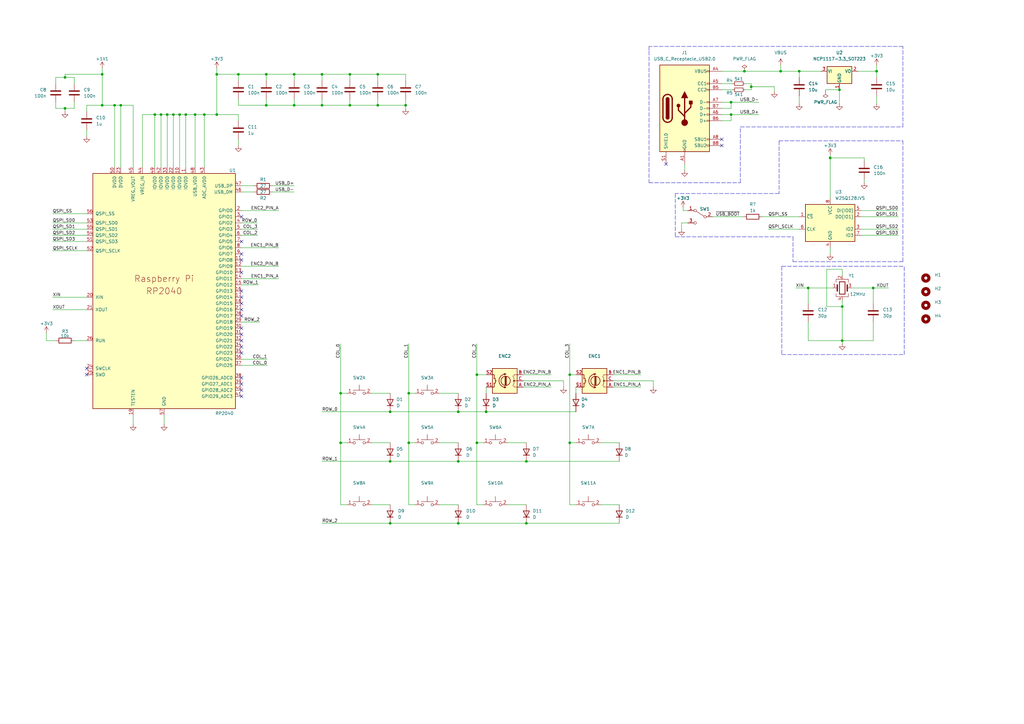
<source format=kicad_sch>
(kicad_sch (version 20211123) (generator eeschema)
  (paper "A3")
  (lib_symbols
    (symbol "Connector:USB_C_Receptacle_USB2.0" (pin_names (offset 1.016))
      (property "Reference" "J" (at -10.16 19.05 0))
      (property "Value" "USB_C_Receptacle_USB2.0" (at 19.05 19.05 0))
      (symbol "USB_C_Receptacle_USB2.0_1_1"
        (pin passive line (at 0 -22.86 90) (length 5.08) (name "GND") (number "A1"))
        (pin passive line (at 0 -22.86 90) (length 5.08) hide (name "GND") (number "A12"))
        (pin passive line (at 15.24 15.24 180) (length 5.08) (name "VBUS") (number "A4"))
        (pin bidirectional line (at 15.24 10.16 180) (length 5.08) (name "CC1") (number "A5"))
        (pin bidirectional line (at 15.24 -2.54 180) (length 5.08) (name "D+") (number "A6"))
        (pin bidirectional line (at 15.24 2.54 180) (length 5.08) (name "D-") (number "A7"))
        (pin bidirectional line (at 15.24 -12.7 180) (length 5.08) (name "SBU1") (number "A8"))
        (pin passive line (at 15.24 15.24 180) (length 5.08) hide (name "VBUS") (number "A9"))
        (pin passive line (at 0 -22.86 90) (length 5.08) hide (name "GND") (number "B1"))
        (pin passive line (at 0 -22.86 90) (length 5.08) hide (name "GND") (number "B12"))
        (pin passive line (at 15.24 15.24 180) (length 5.08) hide (name "VBUS") (number "B4"))
        (pin bidirectional line (at 15.24 7.62 180) (length 5.08) (name "CC2") (number "B5"))
        (pin bidirectional line (at 15.24 -5.08 180) (length 5.08) (name "D+") (number "B6"))
        (pin bidirectional line (at 15.24 0 180) (length 5.08) (name "D-") (number "B7"))
        (pin bidirectional line (at 15.24 -15.24 180) (length 5.08) (name "SBU2") (number "B8"))
        (pin passive line (at 15.24 15.24 180) (length 5.08) hide (name "VBUS") (number "B9"))
        (pin passive line (at -7.62 -22.86 90) (length 5.08) (name "SHIELD") (number "S1"))
      )
    )
    (symbol "Device:C" (pin_numbers hide) (pin_names (offset 0.254))
      (property "Reference" "C" (at 0.635 2.54 0))
      (property "Value" "C" (at 0.635 -2.54 0))
      (symbol "C_1_1"
        (pin passive line (at 0 3.81 270) (length 2.794) (name "~") (number "1"))
        (pin passive line (at 0 -3.81 90) (length 2.794) (name "~") (number "2"))
      )
    )
    (symbol "Device:Crystal_GND24" (pin_names (offset 1.016) hide)
      (property "Reference" "Y" (at 3.175 5.08 0))
      (property "Value" "Crystal_GND24" (at 3.175 3.175 0))
      (symbol "Crystal_GND24_1_1"
        (pin passive line (at -3.81 0 0) (length 1.27) (name "1") (number "1"))
        (pin passive line (at 0 5.08 270) (length 1.27) (name "2") (number "2"))
        (pin passive line (at 3.81 0 180) (length 1.27) (name "3") (number "3"))
        (pin passive line (at 0 -5.08 90) (length 1.27) (name "4") (number "4"))
      )
    )
    (symbol "Device:D" (pin_numbers hide) (pin_names (offset 1.016) hide)
      (property "Reference" "D" (at 0 2.54 0))
      (property "Value" "D" (at 0 -2.54 0))
      (symbol "D_1_1"
        (pin passive line (at -3.81 0 0) (length 2.54) (name "K") (number "1"))
        (pin passive line (at 3.81 0 180) (length 2.54) (name "A") (number "2"))
      )
    )
    (symbol "Device:R" (pin_numbers hide) (pin_names (offset 0))
      (property "Reference" "R" (at 2.032 0 90))
      (property "Value" "R" (at 0 0 90))
      (symbol "R_1_1"
        (pin passive line (at 0 3.81 270) (length 1.27) (name "~") (number "1"))
        (pin passive line (at 0 -3.81 90) (length 1.27) (name "~") (number "2"))
      )
    )
    (symbol "Device:R_Small" (pin_numbers hide) (pin_names (offset 0.254) hide)
      (property "Reference" "R" (at 0.762 0.508 0))
      (property "Value" "R_Small" (at 0.762 -1.016 0))
      (symbol "R_Small_1_1"
        (pin passive line (at 0 2.54 270) (length 0.762) (name "~") (number "1"))
        (pin passive line (at 0 -2.54 90) (length 0.762) (name "~") (number "2"))
      )
    )
    (symbol "Device:RotaryEncoder_Switch" (pin_names (offset 0.254) hide)
      (property "Reference" "SW" (at 0 6.604 0))
      (property "Value" "RotaryEncoder_Switch" (at 0 -6.604 0))
      (symbol "RotaryEncoder_Switch_1_1"
        (pin passive line (at -7.62 2.54 0) (length 2.54) (name "A") (number "A"))
        (pin passive line (at -7.62 -2.54 0) (length 2.54) (name "B") (number "B"))
        (pin passive line (at -7.62 0 0) (length 2.54) (name "C") (number "C"))
        (pin passive line (at 7.62 2.54 180) (length 2.54) (name "S1") (number "S1"))
        (pin passive line (at 7.62 -2.54 180) (length 2.54) (name "S2") (number "S2"))
      )
    )
    (symbol "GND_1" (power) (pin_names (offset 0))
      (property "Value" "GND_1" (at 0 -3.81 0))
      (symbol "GND_1_1_1"
        (pin power_in line (at 0 0 270) (length 0) hide (name "GND") (number "1"))
      )
    )
    (symbol "MCU_RaspberryPi_RP2040:RP2040" (pin_names (offset 1.016))
      (property "Reference" "U" (at -29.21 49.53 0))
      (property "Value" "RP2040" (at 24.13 -49.53 0))
      (symbol "RP2040_0_0"
        (text "Raspberry Pi" (at 0 5.08 0) (effects (font (size 2.54 2.54))))
        (text "RP2040" (at 0 0 0) (effects (font (size 2.54 2.54))))
      )
      (symbol "RP2040_1_1"
        (pin power_in line (at 8.89 50.8 270) (length 2.54) (name "IOVDD") (number "1"))
        (pin power_in line (at 6.35 50.8 270) (length 2.54) (name "IOVDD") (number "10"))
        (pin bidirectional line (at 31.75 12.7 180) (length 2.54) (name "GPIO8") (number "11"))
        (pin bidirectional line (at 31.75 10.16 180) (length 2.54) (name "GPIO9") (number "12"))
        (pin bidirectional line (at 31.75 7.62 180) (length 2.54) (name "GPIO10") (number "13"))
        (pin bidirectional line (at 31.75 5.08 180) (length 2.54) (name "GPIO11") (number "14"))
        (pin bidirectional line (at 31.75 2.54 180) (length 2.54) (name "GPIO12") (number "15"))
        (pin bidirectional line (at 31.75 0 180) (length 2.54) (name "GPIO13") (number "16"))
        (pin bidirectional line (at 31.75 -2.54 180) (length 2.54) (name "GPIO14") (number "17"))
        (pin bidirectional line (at 31.75 -5.08 180) (length 2.54) (name "GPIO15") (number "18"))
        (pin passive line (at -12.7 -50.8 90) (length 2.54) (name "TESTEN") (number "19"))
        (pin bidirectional line (at 31.75 33.02 180) (length 2.54) (name "GPIO0") (number "2"))
        (pin input line (at -31.75 -2.54 0) (length 2.54) (name "XIN") (number "20"))
        (pin passive line (at -31.75 -7.62 0) (length 2.54) (name "XOUT") (number "21"))
        (pin power_in line (at 3.81 50.8 270) (length 2.54) (name "IOVDD") (number "22"))
        (pin power_in line (at -17.78 50.8 270) (length 2.54) (name "DVDD") (number "23"))
        (pin output line (at -31.75 -31.75 0) (length 2.54) (name "SWCLK") (number "24"))
        (pin bidirectional line (at -31.75 -34.29 0) (length 2.54) (name "SWD") (number "25"))
        (pin input line (at -31.75 -20.32 0) (length 2.54) (name "RUN") (number "26"))
        (pin bidirectional line (at 31.75 -7.62 180) (length 2.54) (name "GPIO16") (number "27"))
        (pin bidirectional line (at 31.75 -10.16 180) (length 2.54) (name "GPIO17") (number "28"))
        (pin bidirectional line (at 31.75 -12.7 180) (length 2.54) (name "GPIO18") (number "29"))
        (pin bidirectional line (at 31.75 30.48 180) (length 2.54) (name "GPIO1") (number "3"))
        (pin bidirectional line (at 31.75 -15.24 180) (length 2.54) (name "GPIO19") (number "30"))
        (pin bidirectional line (at 31.75 -17.78 180) (length 2.54) (name "GPIO20") (number "31"))
        (pin bidirectional line (at 31.75 -20.32 180) (length 2.54) (name "GPIO21") (number "32"))
        (pin power_in line (at 1.27 50.8 270) (length 2.54) (name "IOVDD") (number "33"))
        (pin bidirectional line (at 31.75 -22.86 180) (length 2.54) (name "GPIO22") (number "34"))
        (pin bidirectional line (at 31.75 -25.4 180) (length 2.54) (name "GPIO23") (number "35"))
        (pin bidirectional line (at 31.75 -27.94 180) (length 2.54) (name "GPIO24") (number "36"))
        (pin bidirectional line (at 31.75 -30.48 180) (length 2.54) (name "GPIO25") (number "37"))
        (pin bidirectional line (at 31.75 -35.56 180) (length 2.54) (name "GPIO26_ADC0") (number "38"))
        (pin bidirectional line (at 31.75 -38.1 180) (length 2.54) (name "GPIO27_ADC1") (number "39"))
        (pin bidirectional line (at 31.75 27.94 180) (length 2.54) (name "GPIO2") (number "4"))
        (pin bidirectional line (at 31.75 -40.64 180) (length 2.54) (name "GPIO28_ADC2") (number "40"))
        (pin bidirectional line (at 31.75 -43.18 180) (length 2.54) (name "GPIO29_ADC3") (number "41"))
        (pin power_in line (at -1.27 50.8 270) (length 2.54) (name "IOVDD") (number "42"))
        (pin power_in line (at 16.51 50.8 270) (length 2.54) (name "ADC_AVDD") (number "43"))
        (pin power_in line (at -8.89 50.8 270) (length 2.54) (name "VREG_IN") (number "44"))
        (pin power_out line (at -12.7 50.8 270) (length 2.54) (name "VREG_VOUT") (number "45"))
        (pin bidirectional line (at 31.75 40.64 180) (length 2.54) (name "USB_DM") (number "46"))
        (pin bidirectional line (at 31.75 43.18 180) (length 2.54) (name "USB_DP") (number "47"))
        (pin power_in line (at 12.7 50.8 270) (length 2.54) (name "USB_VDD") (number "48"))
        (pin power_in line (at -3.81 50.8 270) (length 2.54) (name "IOVDD") (number "49"))
        (pin bidirectional line (at 31.75 25.4 180) (length 2.54) (name "GPIO3") (number "5"))
        (pin power_in line (at -20.32 50.8 270) (length 2.54) (name "DVDD") (number "50"))
        (pin bidirectional line (at -31.75 20.32 0) (length 2.54) (name "QSPI_SD3") (number "51"))
        (pin output line (at -31.75 16.51 0) (length 2.54) (name "QSPI_SCLK") (number "52"))
        (pin bidirectional line (at -31.75 27.94 0) (length 2.54) (name "QSPI_SD0") (number "53"))
        (pin bidirectional line (at -31.75 22.86 0) (length 2.54) (name "QSPI_SD2") (number "54"))
        (pin bidirectional line (at -31.75 25.4 0) (length 2.54) (name "QSPI_SD1") (number "55"))
        (pin bidirectional line (at -31.75 31.75 0) (length 2.54) (name "QSPI_SS") (number "56"))
        (pin power_in line (at 0 -50.8 90) (length 2.54) (name "GND") (number "57"))
        (pin bidirectional line (at 31.75 22.86 180) (length 2.54) (name "GPIO4") (number "6"))
        (pin bidirectional line (at 31.75 20.32 180) (length 2.54) (name "GPIO5") (number "7"))
        (pin bidirectional line (at 31.75 17.78 180) (length 2.54) (name "GPIO6") (number "8"))
        (pin bidirectional line (at 31.75 15.24 180) (length 2.54) (name "GPIO7") (number "9"))
      )
    )
    (symbol "Mechanical:MountingHole" (pin_names (offset 1.016))
      (property "Reference" "H" (at 0 5.08 0))
      (property "Value" "MountingHole" (at 0 3.175 0))
    )
    (symbol "Memory_Flash:W25Q128JVS"
      (property "Reference" "U" (at -8.89 8.89 0))
      (property "Value" "W25Q128JVS" (at 7.62 8.89 0))
      (symbol "W25Q128JVS_1_1"
        (pin input line (at -12.7 2.54 0) (length 2.54) (name "~{CS}") (number "1"))
        (pin bidirectional line (at 12.7 2.54 180) (length 2.54) (name "DO(IO1)") (number "2"))
        (pin bidirectional line (at 12.7 -2.54 180) (length 2.54) (name "IO2") (number "3"))
        (pin power_in line (at 0 -10.16 90) (length 2.54) (name "GND") (number "4"))
        (pin bidirectional line (at 12.7 5.08 180) (length 2.54) (name "DI(IO0)") (number "5"))
        (pin input line (at -12.7 -2.54 0) (length 2.54) (name "CLK") (number "6"))
        (pin bidirectional line (at 12.7 -5.08 180) (length 2.54) (name "IO3") (number "7"))
        (pin power_in line (at 0 10.16 270) (length 2.54) (name "VCC") (number "8"))
      )
    )
    (symbol "Regulator_Linear:NCP1117-3.3_SOT223" (pin_names (offset 0.254))
      (property "Reference" "U" (at -3.81 3.175 0))
      (property "Value" "NCP1117-3.3_SOT223" (at 0 3.175 0))
      (symbol "NCP1117-3.3_SOT223_1_1"
        (pin power_in line (at 0 -7.62 90) (length 2.54) (name "GND") (number "1"))
        (pin power_out line (at 7.62 0 180) (length 2.54) (name "VO") (number "2"))
        (pin power_in line (at -7.62 0 0) (length 2.54) (name "VI") (number "3"))
      )
    )
    (symbol "Switch:SW_SPDT" (pin_names (offset 0) hide)
      (property "Reference" "SW" (at 0 4.318 0))
      (property "Value" "SW_SPDT" (at 0 -5.08 0))
      (symbol "SW_SPDT_1_1"
        (pin passive line (at 5.08 2.54 180) (length 2.54) (name "A") (number "1"))
        (pin passive line (at -5.08 0 0) (length 2.54) (name "B") (number "2"))
        (pin passive line (at 5.08 -2.54 180) (length 2.54) (name "C") (number "3"))
      )
    )
    (symbol "keebio:MX_LED" (pin_names (offset 1.016) hide)
      (property "Reference" "SW" (at 1.651 2.413 0))
      (property "Value" "MX_LED" (at 0 -3.81 0))
      (symbol "MX_LED_1_1"
        (pin passive line (at -5.08 0 0) (length 2.54) (name "1") (number "1"))
        (pin passive line (at 5.08 0 180) (length 2.54) (name "2") (number "2"))
      )
      (symbol "MX_LED_2_1"
        (pin passive line (at -3.81 0 0) (length 2.54) (name "3") (number "3"))
        (pin passive line (at 3.81 0 180) (length 2.54) (name "4") (number "4"))
      )
    )
    (symbol "power:+1V1" (power) (pin_names (offset 0))
      (property "Value" "+1V1" (at 0 3.556 0))
      (symbol "+1V1_1_1"
        (pin power_in line (at 0 0 90) (length 0) hide (name "+1V1") (number "1"))
      )
    )
    (symbol "power:+3V3" (power) (pin_names (offset 0))
      (property "Value" "+3V3" (at 0 3.556 0))
      (symbol "+3V3_1_1"
        (pin power_in line (at 0 0 90) (length 0) hide (name "+3V3") (number "1"))
      )
    )
    (symbol "power:GND" (power) (pin_names (offset 0))
      (property "Value" "GND" (at 0 -3.81 0))
      (symbol "GND_1_1"
        (pin power_in line (at 0 0 270) (length 0) hide (name "GND") (number "1"))
      )
    )
    (symbol "power:PWR_FLAG" (power) (pin_numbers hide) (pin_names (offset 0) hide)
      (property "Value" "PWR_FLAG" (at 0 3.81 0))
      (symbol "PWR_FLAG_0_0"
        (pin power_out line (at 0 0 90) (length 0) (name "pwr") (number "1"))
      )
    )
    (symbol "power:VBUS" (power) (pin_names (offset 0))
      (property "Value" "VBUS" (at 0 3.81 0))
      (symbol "VBUS_1_1"
        (pin power_in line (at 0 0 90) (length 0) hide (name "VBUS") (number "1"))
      )
    )
  )
  (junction (at 187.96 168.91))
  (junction (at 358.14 118.11))
  (junction (at 345.44 139.7))
  (junction (at 320.167 29.21))
  (junction (at 76.2 46.99))
  (junction (at 160.02 189.23))
  (junction (at 26.67 44.45))
  (junction (at 88.9 46.99))
  (junction (at 166.37 43.18))
  (junction (at 187.96 214.63))
  (junction (at 66.04 46.99))
  (junction (at 327.787 29.21))
  (junction (at 344.297 36.83))
  (junction (at 167.64 181.61))
  (junction (at 345.44 125.73))
  (junction (at 49.53 43.18))
  (junction (at 132.08 43.18))
  (junction (at 187.96 189.23))
  (junction (at 68.58 46.99))
  (junction (at 143.51 30.48))
  (junction (at 195.58 181.61))
  (junction (at 88.9 30.48))
  (junction (at 167.64 161.29))
  (junction (at 233.68 153.67))
  (junction (at 83.82 46.99))
  (junction (at 132.08 30.48))
  (junction (at 331.47 118.11))
  (junction (at 154.94 43.18))
  (junction (at 120.65 43.18))
  (junction (at 120.65 30.48))
  (junction (at 46.99 43.18))
  (junction (at 41.91 43.18))
  (junction (at 305.3273 29.21))
  (junction (at 195.58 153.67))
  (junction (at 160.02 214.63))
  (junction (at 308.102 35.56))
  (junction (at 299.847 41.91))
  (junction (at 109.22 43.18))
  (junction (at 80.01 46.99))
  (junction (at 63.5 46.99))
  (junction (at 233.68 181.61))
  (junction (at 154.94 30.48))
  (junction (at 139.7 181.61))
  (junction (at 199.39 168.91))
  (junction (at 215.9 189.23))
  (junction (at 359.537 29.21))
  (junction (at 26.67 31.75))
  (junction (at 97.79 30.48))
  (junction (at 340.487 64.77))
  (junction (at 299.847 46.99))
  (junction (at 71.12 46.99))
  (junction (at 215.9 214.63))
  (junction (at 73.66 46.99))
  (junction (at 41.91 30.48))
  (junction (at 143.51 43.18))
  (junction (at 139.7 161.29))
  (junction (at 160.02 168.91))
  (junction (at 109.22 30.48))
  (no_connect (at 99.06 106.68))
  (no_connect (at 99.06 157.48))
  (no_connect (at 273.177 67.31))
  (no_connect (at 99.06 144.78))
  (no_connect (at 99.06 160.02))
  (no_connect (at 296.037 59.69))
  (no_connect (at 99.06 162.56))
  (no_connect (at 99.06 121.92))
  (no_connect (at 99.06 154.94))
  (no_connect (at 35.56 153.67))
  (no_connect (at 99.06 119.38))
  (no_connect (at 99.06 142.24))
  (no_connect (at 99.06 111.76))
  (no_connect (at 99.06 99.06))
  (no_connect (at 99.06 104.14))
  (no_connect (at 99.06 129.54))
  (no_connect (at 35.56 151.13))
  (no_connect (at 296.037 57.15))
  (no_connect (at 99.06 124.46))
  (no_connect (at 99.06 127))
  (no_connect (at 99.06 88.9))
  (no_connect (at 99.06 137.16))
  (no_connect (at 99.06 139.7))
  (no_connect (at 99.06 134.62))
  (wire (pts (xy 233.68 153.67) (xy 233.68 181.61)))
  (wire (pts (xy 167.64 140.97) (xy 167.64 161.29)))
  (wire (pts (xy 166.37 40.64) (xy 166.37 43.18)))
  (wire (pts (xy 88.9 46.99) (xy 97.79 46.99)))
  (wire (pts (xy 215.9 214.63) (xy 254 214.63)))
  (wire (pts (xy 339.09 110.49) (xy 339.09 125.73)))
  (wire (pts (xy 132.08 43.18) (xy 143.51 43.18)))
  (wire (pts (xy 312.547 88.9) (xy 327.787 88.9)))
  (wire (pts (xy 35.56 53.34) (xy 35.56 55.88)))
  (polyline (pts (xy 320.675 109.22) (xy 320.675 145.415)))
  (wire (pts (xy 132.08 30.48) (xy 143.51 30.48)))
  (wire (pts (xy 299.847 46.99) (xy 311.277 46.99)))
  (wire (pts (xy 280.162 86.36) (xy 280.162 85.09)))
  (wire (pts (xy 345.44 139.7) (xy 358.14 139.7)))
  (wire (pts (xy 88.9 30.48) (xy 88.9 46.99)))
  (wire (pts (xy 88.9 46.99) (xy 83.82 46.99)))
  (wire (pts (xy 180.34 207.01) (xy 187.96 207.01)))
  (wire (pts (xy 58.42 68.58) (xy 58.42 46.99)))
  (wire (pts (xy 326.39 118.11) (xy 331.47 118.11)))
  (wire (pts (xy 68.58 46.99) (xy 71.12 46.99)))
  (wire (pts (xy 296.037 49.53) (xy 299.847 49.53)))
  (wire (pts (xy 308.102 35.56) (xy 308.102 36.83)))
  (wire (pts (xy 208.28 181.61) (xy 215.9 181.61)))
  (wire (pts (xy 358.14 118.11) (xy 364.49 118.11)))
  (wire (pts (xy 305.562 34.29) (xy 308.102 34.29)))
  (polyline (pts (xy 370.84 145.415) (xy 370.84 109.22)))
  (wire (pts (xy 30.48 41.91) (xy 30.48 44.45)))
  (wire (pts (xy 195.58 153.67) (xy 199.39 153.67)))
  (wire (pts (xy 331.47 118.11) (xy 331.47 124.46)))
  (wire (pts (xy 160.02 168.91) (xy 187.96 168.91)))
  (polyline (pts (xy 266.192 20.955) (xy 266.192 74.93)))
  (wire (pts (xy 99.06 109.22) (xy 114.3 109.22)))
  (wire (pts (xy 97.79 43.18) (xy 109.22 43.18)))
  (wire (pts (xy 97.79 46.99) (xy 97.79 49.53)))
  (wire (pts (xy 63.5 68.58) (xy 63.5 46.99)))
  (wire (pts (xy 315.087 93.98) (xy 327.787 93.98)))
  (wire (pts (xy 199.39 158.75) (xy 199.39 161.29)))
  (wire (pts (xy 214.63 153.67) (xy 226.06 153.67)))
  (wire (pts (xy 308.102 34.29) (xy 308.102 35.56)))
  (wire (pts (xy 19.05 139.7) (xy 22.86 139.7)))
  (wire (pts (xy 88.9 30.48) (xy 97.79 30.48)))
  (wire (pts (xy 359.537 26.67) (xy 359.537 29.21)))
  (wire (pts (xy 345.44 125.73) (xy 345.44 123.19)))
  (wire (pts (xy 345.44 125.73) (xy 345.44 139.7)))
  (wire (pts (xy 339.09 125.73) (xy 345.44 125.73)))
  (wire (pts (xy 143.51 30.48) (xy 143.51 33.02)))
  (wire (pts (xy 99.06 76.2) (xy 104.14 76.2)))
  (wire (pts (xy 154.94 30.48) (xy 154.94 33.02)))
  (wire (pts (xy 167.64 181.61) (xy 170.18 181.61)))
  (wire (pts (xy 180.34 161.29) (xy 187.96 161.29)))
  (wire (pts (xy 73.66 46.99) (xy 76.2 46.99)))
  (wire (pts (xy 21.59 102.87) (xy 35.56 102.87)))
  (wire (pts (xy 358.14 132.08) (xy 358.14 139.7)))
  (wire (pts (xy 83.82 46.99) (xy 83.82 68.58)))
  (polyline (pts (xy 370.332 52.07) (xy 370.332 19.05)))
  (wire (pts (xy 83.82 46.99) (xy 80.01 46.99)))
  (wire (pts (xy 109.22 30.48) (xy 109.22 33.02)))
  (wire (pts (xy 99.06 116.84) (xy 106.045 116.84)))
  (wire (pts (xy 358.14 118.11) (xy 358.14 124.46)))
  (wire (pts (xy 195.58 153.67) (xy 195.58 181.61)))
  (wire (pts (xy 54.61 170.18) (xy 54.61 173.99)))
  (wire (pts (xy 233.68 140.97) (xy 233.68 153.67)))
  (polyline (pts (xy 325.247 97.155) (xy 325.247 107.315)))
  (wire (pts (xy 143.51 40.64) (xy 143.51 43.18)))
  (wire (pts (xy 214.63 158.75) (xy 226.06 158.75)))
  (wire (pts (xy 152.4 207.01) (xy 160.02 207.01)))
  (wire (pts (xy 21.59 96.52) (xy 35.56 96.52)))
  (wire (pts (xy 120.65 30.48) (xy 120.65 33.02)))
  (wire (pts (xy 299.847 41.91) (xy 311.277 41.91)))
  (wire (pts (xy 99.06 149.86) (xy 109.601 149.86)))
  (wire (pts (xy 120.65 43.18) (xy 132.08 43.18)))
  (wire (pts (xy 88.9 27.94) (xy 88.9 30.48)))
  (polyline (pts (xy 319.532 79.375) (xy 276.987 79.375)))
  (polyline (pts (xy 320.675 145.415) (xy 370.84 145.415)))
  (wire (pts (xy 167.64 161.29) (xy 167.64 181.61)))
  (wire (pts (xy 166.37 30.48) (xy 166.37 33.02)))
  (wire (pts (xy 132.08 40.64) (xy 132.08 43.18)))
  (wire (pts (xy 41.91 43.18) (xy 46.99 43.18)))
  (wire (pts (xy 296.037 34.29) (xy 300.482 34.29)))
  (wire (pts (xy 41.91 27.94) (xy 41.91 30.48)))
  (wire (pts (xy 246.38 181.61) (xy 254 181.61)))
  (wire (pts (xy 26.67 44.45) (xy 26.67 45.72)))
  (polyline (pts (xy 276.987 97.155) (xy 325.247 97.155)))
  (wire (pts (xy 76.2 68.58) (xy 76.2 46.99)))
  (wire (pts (xy 308.102 36.83) (xy 305.562 36.83)))
  (wire (pts (xy 154.94 40.64) (xy 154.94 43.18)))
  (wire (pts (xy 187.96 168.91) (xy 199.39 168.91)))
  (wire (pts (xy 233.68 153.67) (xy 236.22 153.67)))
  (wire (pts (xy 180.34 181.61) (xy 187.96 181.61)))
  (wire (pts (xy 341.63 118.11) (xy 331.47 118.11)))
  (wire (pts (xy 26.67 30.48) (xy 41.91 30.48)))
  (wire (pts (xy 231.14 156.21) (xy 231.14 158.75)))
  (wire (pts (xy 354.457 73.66) (xy 354.457 74.93)))
  (wire (pts (xy 109.22 40.64) (xy 109.22 43.18)))
  (wire (pts (xy 299.847 49.53) (xy 299.847 46.99)))
  (wire (pts (xy 338.582 36.83) (xy 344.297 36.83)))
  (wire (pts (xy 199.39 168.91) (xy 236.22 168.91)))
  (wire (pts (xy 354.457 66.04) (xy 354.457 64.77)))
  (wire (pts (xy 296.037 41.91) (xy 299.847 41.91)))
  (wire (pts (xy 359.537 39.37) (xy 359.537 42.545)))
  (polyline (pts (xy 319.532 57.785) (xy 319.532 79.375)))
  (wire (pts (xy 195.58 181.61) (xy 198.12 181.61)))
  (polyline (pts (xy 276.987 83.82) (xy 276.987 97.155)))
  (wire (pts (xy 99.06 91.44) (xy 105.537 91.44)))
  (wire (pts (xy 279.527 91.44) (xy 279.527 93.98)))
  (wire (pts (xy 340.487 63.5) (xy 340.487 64.77)))
  (wire (pts (xy 345.44 113.03) (xy 345.44 110.49)))
  (wire (pts (xy 139.7 161.29) (xy 139.7 181.61)))
  (wire (pts (xy 215.9 189.23) (xy 254 189.23)))
  (wire (pts (xy 331.47 132.08) (xy 331.47 139.7)))
  (wire (pts (xy 327.787 31.75) (xy 327.787 29.21)))
  (wire (pts (xy 132.08 214.63) (xy 160.02 214.63)))
  (wire (pts (xy 320.167 29.21) (xy 327.787 29.21)))
  (polyline (pts (xy 370.332 19.05) (xy 266.192 19.05)))
  (wire (pts (xy 143.51 30.48) (xy 154.94 30.48)))
  (polyline (pts (xy 303.657 74.93) (xy 303.657 52.07)))
  (polyline (pts (xy 370.332 107.315) (xy 370.332 57.785)))
  (wire (pts (xy 267.97 156.21) (xy 267.97 158.75)))
  (polyline (pts (xy 320.675 109.22) (xy 370.84 109.22)))
  (wire (pts (xy 26.67 31.75) (xy 26.67 30.48)))
  (wire (pts (xy 340.487 64.77) (xy 340.487 81.28)))
  (wire (pts (xy 345.44 139.7) (xy 345.44 140.97)))
  (wire (pts (xy 139.7 181.61) (xy 139.7 207.01)))
  (wire (pts (xy 351.917 29.21) (xy 359.537 29.21)))
  (wire (pts (xy 76.2 46.99) (xy 80.01 46.99)))
  (wire (pts (xy 292.227 88.9) (xy 304.927 88.9)))
  (polyline (pts (xy 319.532 57.785) (xy 370.332 57.785)))
  (wire (pts (xy 111.76 76.2) (xy 120.65 76.2)))
  (wire (pts (xy 167.64 161.29) (xy 170.18 161.29)))
  (wire (pts (xy 282.067 86.36) (xy 280.162 86.36)))
  (wire (pts (xy 66.04 68.58) (xy 66.04 46.99)))
  (wire (pts (xy 132.08 168.91) (xy 160.02 168.91)))
  (wire (pts (xy 340.487 64.77) (xy 354.457 64.77)))
  (wire (pts (xy 296.037 44.45) (xy 299.847 44.45)))
  (wire (pts (xy 139.7 161.29) (xy 142.24 161.29)))
  (wire (pts (xy 58.42 46.99) (xy 63.5 46.99)))
  (wire (pts (xy 160.02 214.63) (xy 187.96 214.63)))
  (wire (pts (xy 99.06 101.6) (xy 114.3 101.6)))
  (polyline (pts (xy 276.987 79.375) (xy 276.987 83.185)))
  (wire (pts (xy 21.59 91.44) (xy 35.56 91.44)))
  (wire (pts (xy 71.12 68.58) (xy 71.12 46.99)))
  (wire (pts (xy 120.65 40.64) (xy 120.65 43.18)))
  (wire (pts (xy 345.44 110.49) (xy 339.09 110.49)))
  (wire (pts (xy 208.28 207.01) (xy 215.9 207.01)))
  (wire (pts (xy 353.187 86.36) (xy 368.427 86.36)))
  (wire (pts (xy 26.67 44.45) (xy 30.48 44.45)))
  (wire (pts (xy 68.58 68.58) (xy 68.58 46.99)))
  (wire (pts (xy 73.66 68.58) (xy 73.66 46.99)))
  (wire (pts (xy 139.7 181.61) (xy 142.24 181.61)))
  (wire (pts (xy 21.59 121.92) (xy 35.56 121.92)))
  (wire (pts (xy 187.96 189.23) (xy 215.9 189.23)))
  (wire (pts (xy 195.58 207.01) (xy 198.12 207.01)))
  (wire (pts (xy 167.64 207.01) (xy 170.18 207.01)))
  (wire (pts (xy 154.94 30.48) (xy 166.37 30.48)))
  (wire (pts (xy 299.847 44.45) (xy 299.847 41.91)))
  (wire (pts (xy 139.7 207.01) (xy 142.24 207.01)))
  (wire (pts (xy 296.037 46.99) (xy 299.847 46.99)))
  (wire (pts (xy 296.037 36.83) (xy 300.482 36.83)))
  (wire (pts (xy 353.187 88.9) (xy 368.427 88.9)))
  (wire (pts (xy 167.64 181.61) (xy 167.64 207.01)))
  (wire (pts (xy 251.46 158.75) (xy 262.89 158.75)))
  (wire (pts (xy 195.58 181.61) (xy 195.58 207.01)))
  (wire (pts (xy 35.56 43.18) (xy 41.91 43.18)))
  (wire (pts (xy 30.48 31.75) (xy 30.48 34.29)))
  (wire (pts (xy 143.51 43.18) (xy 154.94 43.18)))
  (wire (pts (xy 233.68 181.61) (xy 236.22 181.61)))
  (wire (pts (xy 63.5 46.99) (xy 66.04 46.99)))
  (wire (pts (xy 251.46 156.21) (xy 267.97 156.21)))
  (wire (pts (xy 305.3273 29.21) (xy 320.167 29.21)))
  (wire (pts (xy 233.68 181.61) (xy 233.68 207.01)))
  (wire (pts (xy 22.86 31.75) (xy 26.67 31.75)))
  (polyline (pts (xy 303.657 52.07) (xy 370.332 52.07)))
  (wire (pts (xy 99.06 86.36) (xy 114.3 86.36)))
  (wire (pts (xy 152.4 161.29) (xy 160.02 161.29)))
  (wire (pts (xy 166.37 43.18) (xy 166.37 44.45)))
  (wire (pts (xy 236.22 158.75) (xy 236.22 161.29)))
  (wire (pts (xy 327.787 39.37) (xy 327.787 42.545)))
  (wire (pts (xy 99.06 78.74) (xy 104.14 78.74)))
  (wire (pts (xy 109.22 43.18) (xy 120.65 43.18)))
  (wire (pts (xy 97.79 40.64) (xy 97.79 43.18)))
  (wire (pts (xy 233.68 207.01) (xy 236.22 207.01)))
  (wire (pts (xy 35.56 45.72) (xy 35.56 43.18)))
  (wire (pts (xy 152.4 181.61) (xy 160.02 181.61)))
  (wire (pts (xy 280.797 67.31) (xy 280.797 69.85)))
  (wire (pts (xy 46.99 43.18) (xy 46.99 68.58)))
  (wire (pts (xy 132.08 189.23) (xy 160.02 189.23)))
  (wire (pts (xy 317.627 35.56) (xy 317.627 37.465)))
  (wire (pts (xy 251.46 153.67) (xy 262.89 153.67)))
  (wire (pts (xy 320.167 26.67) (xy 320.167 29.21)))
  (wire (pts (xy 340.487 101.6) (xy 340.487 104.14)))
  (wire (pts (xy 349.25 118.11) (xy 358.14 118.11)))
  (wire (pts (xy 97.79 33.02) (xy 97.79 30.48)))
  (wire (pts (xy 246.38 207.01) (xy 254 207.01)))
  (wire (pts (xy 54.61 43.18) (xy 54.61 68.58)))
  (wire (pts (xy 353.187 96.52) (xy 368.427 96.52)))
  (wire (pts (xy 99.06 147.32) (xy 109.601 147.32)))
  (wire (pts (xy 21.59 93.98) (xy 35.56 93.98)))
  (wire (pts (xy 187.96 214.63) (xy 215.9 214.63)))
  (wire (pts (xy 338.582 37.465) (xy 338.582 36.83)))
  (wire (pts (xy 353.187 93.98) (xy 368.427 93.98)))
  (wire (pts (xy 359.537 29.21) (xy 359.537 31.75)))
  (wire (pts (xy 22.86 41.91) (xy 22.86 44.45)))
  (wire (pts (xy 154.94 43.18) (xy 166.37 43.18)))
  (wire (pts (xy 132.08 30.48) (xy 132.08 33.02)))
  (wire (pts (xy 344.297 36.83) (xy 344.297 42.545)))
  (polyline (pts (xy 266.192 19.05) (xy 266.192 20.955)))
  (wire (pts (xy 21.59 99.06) (xy 35.56 99.06)))
  (wire (pts (xy 49.53 43.18) (xy 49.53 68.58)))
  (wire (pts (xy 19.05 136.525) (xy 19.05 139.7)))
  (wire (pts (xy 22.86 34.29) (xy 22.86 31.75)))
  (wire (pts (xy 66.04 46.99) (xy 68.58 46.99)))
  (wire (pts (xy 327.787 29.21) (xy 336.677 29.21)))
  (wire (pts (xy 99.06 132.08) (xy 106.553 132.08)))
  (wire (pts (xy 308.102 35.56) (xy 317.627 35.56)))
  (wire (pts (xy 80.01 46.99) (xy 80.01 68.58)))
  (wire (pts (xy 67.31 170.18) (xy 67.31 173.99)))
  (wire (pts (xy 109.22 30.48) (xy 120.65 30.48)))
  (wire (pts (xy 22.86 44.45) (xy 26.67 44.45)))
  (wire (pts (xy 21.59 87.63) (xy 35.56 87.63)))
  (wire (pts (xy 26.67 31.75) (xy 30.48 31.75)))
  (wire (pts (xy 49.53 43.18) (xy 54.61 43.18)))
  (wire (pts (xy 46.99 43.18) (xy 49.53 43.18)))
  (wire (pts (xy 282.067 91.44) (xy 279.527 91.44)))
  (wire (pts (xy 97.79 30.48) (xy 109.22 30.48)))
  (polyline (pts (xy 266.192 74.93) (xy 303.657 74.93)))
  (wire (pts (xy 97.79 57.15) (xy 97.79 59.69)))
  (wire (pts (xy 71.12 46.99) (xy 73.66 46.99)))
  (wire (pts (xy 111.76 78.74) (xy 120.65 78.74)))
  (wire (pts (xy 331.47 139.7) (xy 345.44 139.7)))
  (wire (pts (xy 21.59 127) (xy 35.56 127)))
  (wire (pts (xy 120.65 30.48) (xy 132.08 30.48)))
  (wire (pts (xy 195.58 140.97) (xy 195.58 153.67)))
  (wire (pts (xy 41.91 43.18) (xy 41.91 30.48)))
  (wire (pts (xy 99.06 114.3) (xy 114.3 114.3)))
  (wire (pts (xy 160.02 189.23) (xy 187.96 189.23)))
  (wire (pts (xy 99.06 96.52) (xy 105.664 96.52)))
  (wire (pts (xy 30.48 139.7) (xy 35.56 139.7)))
  (wire (pts (xy 296.037 29.21) (xy 305.3273 29.21)))
  (polyline (pts (xy 325.247 107.315) (xy 370.332 107.315)))
  (wire (pts (xy 99.06 93.98) (xy 105.664 93.98)))
  (wire (pts (xy 214.63 156.21) (xy 231.14 156.21)))
  (wire (pts (xy 139.7 140.97) (xy 139.7 161.29)))
  (label "XOUT" (at 21.59 127 0))
  (label "QSPI_SD2" (at 368.427 93.98 180))
  (label "ENC2_PIN_B" (at 226.06 153.67 180))
  (label "ENC2_PIN_B" (at 114.3 109.22 180))
  (label "COL_2" (at 195.58 140.97 270))
  (label "COL_3" (at 233.68 140.97 270))
  (label "COL_0" (at 109.601 149.86 180))
  (label "ROW_2" (at 132.08 214.63 0))
  (label "ROW_1" (at 132.08 189.23 0))
  (label "QSPI_SCLK" (at 21.59 102.87 0))
  (label "ROW_0" (at 132.08 168.91 0))
  (label "XOUT" (at 364.49 118.11 180))
  (label "USB_D+" (at 311.277 46.99 180))
  (label "ROW_1" (at 106.045 116.84 180))
  (label "QSPI_SS" (at 315.087 88.9 0))
  (label "QSPI_SD3" (at 368.427 96.52 180))
  (label "ROW_2" (at 106.553 132.08 180))
  (label "XIN" (at 326.39 118.11 0))
  (label "QSPI_SD0" (at 21.59 91.44 0))
  (label "QSPI_SCLK" (at 315.087 93.98 0))
  (label "QSPI_SD2" (at 21.59 96.52 0))
  (label "ENC2_PIN_A" (at 226.06 158.75 180))
  (label "ENC1_PIN_A" (at 114.3 114.3 180))
  (label "QSPI_SS" (at 21.59 87.63 0))
  (label "QSPI_SD1" (at 21.59 93.98 0))
  (label "QSPI_SD0" (at 368.427 86.36 180))
  (label "ENC1_PIN_B" (at 114.3 101.6 180))
  (label "USB_D+" (at 120.65 76.2 180))
  (label "~{USB_BOOT}" (at 293.497 88.9 0))
  (label "ENC2_PIN_A" (at 114.3 86.36 180))
  (label "COL_1" (at 167.64 140.97 270))
  (label "COL_0" (at 139.7 140.97 270))
  (label "COL_3" (at 105.664 93.98 180))
  (label "ENC1_PIN_B" (at 262.89 153.67 180))
  (label "QSPI_SD3" (at 21.59 99.06 0))
  (label "ROW_0" (at 105.537 91.44 180))
  (label "COL_2" (at 105.664 96.52 180))
  (label "USB_D-" (at 120.65 78.74 180))
  (label "XIN" (at 21.59 121.92 0))
  (label "ENC1_PIN_A" (at 262.89 158.75 180))
  (label "USB_D-" (at 311.277 41.91 180))
  (label "COL_1" (at 109.601 147.32 180))
  (label "QSPI_SD1" (at 368.427 88.9 180))
  (symbol (lib_id "Device:C") (at 331.47 128.27 0) (unit 1)
    (property "Reference" "C12" (at 335.407 126.9999 0) (effects (justify left)))
    (property "Value" "30p" (at 335.407 129.5399 0) (effects (justify left)))
    (property "Footprint" "Capacitor_SMD:C_0402_1005Metric" (effects hide))
  )
  (symbol (lib_id "Device:D") (at 236.22 165.1 90) (unit 1)
    (property "Reference" "D4" (at 238.379 163.8299 90) (effects (justify right)))
    (property "Value" "D" (at 238.379 166.3699 90) (effects (justify right)))
    (property "Footprint" "Diode_SMD:D_SOD-123" (effects hide))
  )
  (symbol (lib_id "keebio:MX_LED") (at 241.3 207.01 0) (unit 1)
    (property "Reference" "SW11" (at 241.3 198.12 0))
    (property "Value" "KEY_MX" (effects hide))
    (property "Footprint" "Switch_Keyboard_Cherry_MX:SW_Cherry_MX_PCB_1.00u" (effects hide))
  )
  (symbol (lib_id "power:GND") (at 340.487 104.14 0) (unit 1)
    (property "Reference" "#PWR0101" (effects hide))
    (property "Value" "GND" (effects hide))
  )
  (symbol (lib_id "Mechanical:MountingHole") (at 379.73 130.81 0) (unit 1)
    (property "Reference" "H4" (at 383.286 129.5399 0) (effects (justify left)))
    (property "Value" "MountingHole" (effects hide))
    (property "Footprint" "MountingHole:MountingHole_2.2mm_M2" (effects hide))
  )
  (symbol (lib_id "Device:C") (at 35.56 49.53 0) (unit 1)
    (property "Reference" "C10" (at 39.37 48.2599 0) (effects (justify left)))
    (property "Value" "1u" (at 39.37 50.7999 0) (effects (justify left)))
    (property "Footprint" "Capacitor_SMD:C_0402_1005Metric" (effects hide))
  )
  (symbol (lib_id "Device:C") (at 154.94 36.83 0) (unit 1)
    (property "Reference" "C6" (at 158.75 35.5599 0) (effects (justify left)))
    (property "Value" "100n" (at 158.75 38.0999 0) (effects (justify left)))
    (property "Footprint" "Capacitor_SMD:C_0402_1005Metric" (effects hide))
  )
  (symbol (lib_id "power:GND") (at 35.56 55.88 0) (unit 1)
    (property "Reference" "#PWR0116" (effects hide))
    (property "Value" "GND" (effects hide))
  )
  (symbol (lib_id "power:GND") (at 67.31 173.99 0) (unit 1)
    (property "Reference" "#PWR0117" (effects hide))
    (property "Value" "GND" (effects hide))
  )
  (symbol (lib_id "Device:R") (at 308.737 88.9 90) (unit 1)
    (property "Reference" "R7" (at 308.737 83.82 90))
    (property "Value" "1k" (at 308.737 86.36 90))
    (property "Footprint" "Resistor_SMD:R_0402_1005Metric" (effects hide))
  )
  (symbol (lib_id "Device:C") (at 132.08 36.83 0) (unit 1)
    (property "Reference" "C4" (at 135.89 35.5599 0) (effects (justify left)))
    (property "Value" "100n" (at 135.89 38.0999 0) (effects (justify left)))
    (property "Footprint" "Capacitor_SMD:C_0402_1005Metric" (effects hide))
  )
  (symbol (lib_id "Device:RotaryEncoder_Switch") (at 243.84 156.21 180) (unit 1)
    (property "Reference" "ENC1" (at 243.84 146.05 0))
    (property "Value" "Encoder_Switch" (effects hide))
    (property "Footprint" "Rotary_Encoder:RotaryEncoder_Alps_EC11E-Switch_Vertical_H20mm" (effects hide))
  )
  (symbol (lib_id "Device:D") (at 187.96 165.1 90) (unit 1)
    (property "Reference" "D2" (at 190.5 163.8299 90) (effects (justify right)))
    (property "Value" "D" (at 190.5 166.3699 90) (effects (justify right)))
    (property "Footprint" "Diode_SMD:D_SOD-123" (effects hide))
  )
  (symbol (lib_id "power:GND") (at 345.44 140.97 0) (unit 1)
    (property "Reference" "#PWR0104" (effects hide))
    (property "Value" "GND" (effects hide))
  )
  (symbol (lib_id "power:GND") (at 317.627 37.465 0) (mirror y) (unit 1)
    (property "Reference" "#PWR0112" (effects hide))
    (property "Value" "GND" (effects hide))
  )
  (symbol (lib_id "Mechanical:MountingHole") (at 379.73 114.046 0) (unit 1)
    (property "Reference" "H1" (at 383.286 112.7759 0) (effects (justify left)))
    (property "Value" "MountingHole" (effects hide))
    (property "Footprint" "MountingHole:MountingHole_2.2mm_M2" (effects hide))
  )
  (symbol (lib_id "keebio:MX_LED") (at 241.3 181.61 0) (unit 1)
    (property "Reference" "SW7" (at 241.3 175.26 0))
    (property "Value" "KEY_MX" (effects hide))
    (property "Footprint" "Switch_Keyboard_Cherry_MX:SW_Cherry_MX_PCB_1.00u" (effects hide))
  )
  (symbol (lib_id "Device:D") (at 215.9 185.42 90) (unit 1)
    (property "Reference" "D7" (at 218.44 184.1499 90) (effects (justify right)))
    (property "Value" "D" (at 218.44 186.6899 90) (effects (justify right)))
    (property "Footprint" "Diode_SMD:D_SOD-123" (effects hide))
  )
  (symbol (lib_id "power:GND") (at 26.67 45.72 0) (unit 1)
    (property "Reference" "#PWR0115" (effects hide))
    (property "Value" "GND" (effects hide))
  )
  (symbol (lib_id "power:GND") (at 354.457 74.93 0) (unit 1)
    (property "Reference" "#PWR0102" (effects hide))
    (property "Value" "GND" (effects hide))
  )
  (symbol (lib_id "keebio:MX_LED") (at 203.2 207.01 0) (unit 1)
    (property "Reference" "SW10" (at 203.2 198.12 0))
    (property "Value" "KEY_MX" (effects hide))
    (property "Footprint" "Switch_Keyboard_Cherry_MX:SW_Cherry_MX_PCB_1.00u" (effects hide))
  )
  (symbol (lib_id "Device:C") (at 97.79 36.83 0) (unit 1)
    (property "Reference" "C1" (at 101.6 35.5599 0) (effects (justify left)))
    (property "Value" "100n" (at 101.6 38.0999 0) (effects (justify left)))
    (property "Footprint" "Capacitor_SMD:C_0402_1005Metric" (effects hide))
  )
  (symbol (lib_id "Regulator_Linear:NCP1117-3.3_SOT223") (at 344.297 29.21 0) (unit 1)
    (property "Reference" "U2" (at 344.297 21.59 0))
    (property "Value" "NCP1117-3.3_SOT223" (at 344.297 24.13 0))
    (property "Footprint" "Package_TO_SOT_SMD:SOT-223-3_TabPin2" (effects hide))
    (property "Datasheet" "http://www.onsemi.com/pub_link/Collateral/NCP1117-D.PDF" (effects hide))
  )
  (symbol (lib_id "Connector:USB_C_Receptacle_USB2.0") (at 280.797 44.45 0) (unit 1)
    (property "Reference" "J1" (at 280.797 21.59 0))
    (property "Value" "USB_C_Receptacle_USB2.0" (at 280.797 24.13 0))
    (property "Footprint" "Connector_USB:USB_C_Receptacle_XKB_U262-16XN-4BVC11" (effects hide))
    (property "Datasheet" "https://www.usb.org/sites/default/files/documents/usb_type-c.zip" (effects hide))
  )
  (symbol (lib_id "power:PWR_FLAG") (at 338.582 37.465 180) (unit 1)
    (property "Reference" "#FLG0101" (effects hide))
    (property "Value" "PWR_FLAG" (at 338.582 41.91 0))
  )
  (symbol (lib_id "power:GND") (at 280.797 69.85 0) (unit 1)
    (property "Reference" "#PWR0109" (effects hide))
    (property "Value" "GND" (effects hide))
  )
  (symbol (lib_id "keebio:MX_LED") (at 147.32 161.29 0) (unit 1)
    (property "Reference" "SW2" (at 147.32 154.94 0))
    (property "Value" "KEY_MX" (effects hide))
    (property "Footprint" "Switch_Keyboard_Cherry_MX:SW_Cherry_MX_PCB_1.00u" (effects hide))
  )
  (symbol (lib_id "Switch:SW_SPDT") (at 287.147 88.9 0) (mirror y) (unit 1)
    (property "Reference" "SW1" (at 289.052 85.725 0))
    (property "Value" "SW_SPDT" (effects hide))
    (property "Footprint" "Button_Switch_SMD:SW_SPDT_PCM12" (effects hide))
  )
  (symbol (lib_id "power:GND") (at 327.787 42.545 0) (unit 1)
    (property "Reference" "#PWR0113" (effects hide))
    (property "Value" "GND" (effects hide))
  )
  (symbol (lib_id "power:GND") (at 54.61 173.99 0) (unit 1)
    (property "Reference" "#PWR0118" (effects hide))
    (property "Value" "GND" (effects hide))
  )
  (symbol (lib_id "power:+3V3") (at 359.537 26.67 0) (unit 1)
    (property "Reference" "#PWR0110" (effects hide))
    (property "Value" "+3V3" (at 359.537 22.86 0))
  )
  (symbol (lib_id "power:+3V3") (at 19.05 136.525 0) (unit 1)
    (property "Reference" "#PWR0121" (effects hide))
    (property "Value" "+3V3" (at 19.05 132.715 0))
  )
  (symbol (lib_id "Device:C") (at 327.787 35.56 0) (unit 1)
    (property "Reference" "C14" (at 331.597 34.2899 0) (effects (justify left)))
    (property "Value" "10u" (at 331.597 36.8299 0) (effects (justify left)))
    (property "Footprint" "Capacitor_SMD:C_0603_1608Metric" (effects hide))
  )
  (symbol (lib_id "Mechanical:MountingHole") (at 379.73 119.634 0) (unit 1)
    (property "Reference" "H2" (at 383.286 118.3639 0) (effects (justify left)))
    (property "Value" "MountingHole" (effects hide))
    (property "Footprint" "MountingHole:MountingHole_2.2mm_M2" (effects hide))
  )
  (symbol (lib_id "power:+1V1") (at 41.91 27.94 0) (unit 1)
    (property "Reference" "#PWR0114" (effects hide))
    (property "Value" "+1V1" (at 41.91 24.13 0))
  )
  (symbol (lib_id "power:GND") (at 97.79 59.69 0) (unit 1)
    (property "Reference" "#PWR0119" (effects hide))
    (property "Value" "GND" (effects hide))
  )
  (symbol (lib_id "Device:C") (at 354.457 69.85 0) (unit 1)
    (property "Reference" "C16" (at 358.267 68.5799 0) (effects (justify left)))
    (property "Value" "100n" (at 358.267 71.1199 0) (effects (justify left)))
    (property "Footprint" "Capacitor_SMD:C_0402_1005Metric" (effects hide))
  )
  (symbol (lib_id "Device:D") (at 254 185.42 90) (unit 1)
    (property "Reference" "D8" (at 256.159 184.1499 90) (effects (justify right)))
    (property "Value" "D" (at 256.159 186.6899 90) (effects (justify right)))
    (property "Footprint" "Diode_SMD:D_SOD-123" (effects hide))
  )
  (symbol (lib_id "power:GND") (at 166.37 44.45 0) (unit 1)
    (property "Reference" "#PWR0107" (effects hide))
    (property "Value" "GND" (effects hide))
  )
  (symbol (lib_id "Device:RotaryEncoder_Switch") (at 207.01 156.21 180) (unit 1)
    (property "Reference" "ENC2" (at 207.01 146.05 0))
    (property "Value" "Encoder_Switch" (effects hide))
    (property "Footprint" "Rotary_Encoder:RotaryEncoder_Alps_EC11E-Switch_Vertical_H20mm" (effects hide))
  )
  (symbol (lib_id "keebio:MX_LED") (at 175.26 161.29 0) (unit 1)
    (property "Reference" "SW3" (at 175.26 154.94 0))
    (property "Value" "KEY_MX" (effects hide))
    (property "Footprint" "Switch_Keyboard_Cherry_MX:SW_Cherry_MX_PCB_1.00u" (effects hide))
  )
  (symbol (lib_id "power:GND") (at 344.297 42.545 0) (unit 1)
    (property "Reference" "#PWR0123" (effects hide))
    (property "Value" "GND" (effects hide))
  )
  (symbol (lib_id "Device:C") (at 120.65 36.83 0) (unit 1)
    (property "Reference" "C3" (at 124.46 35.5599 0) (effects (justify left)))
    (property "Value" "100n" (at 124.46 38.0999 0) (effects (justify left)))
    (property "Footprint" "Capacitor_SMD:C_0402_1005Metric" (effects hide))
  )
  (symbol (lib_id "keebio:MX_LED") (at 147.32 181.61 0) (unit 1)
    (property "Reference" "SW4" (at 147.32 175.26 0))
    (property "Value" "KEY_MX" (effects hide))
    (property "Footprint" "Switch_Keyboard_Cherry_MX:SW_Cherry_MX_PCB_1.00u" (effects hide))
  )
  (symbol (lib_id "Device:D") (at 215.9 210.82 90) (unit 1)
    (property "Reference" "D11" (at 218.44 209.5499 90) (effects (justify right)))
    (property "Value" "D" (at 218.44 212.0899 90) (effects (justify right)))
    (property "Footprint" "Diode_SMD:D_SOD-123" (effects hide))
  )
  (symbol (lib_id "Device:C") (at 109.22 36.83 0) (unit 1)
    (property "Reference" "C2" (at 113.03 35.5599 0) (effects (justify left)))
    (property "Value" "100n" (at 113.03 38.0999 0) (effects (justify left)))
    (property "Footprint" "Capacitor_SMD:C_0402_1005Metric" (effects hide))
  )
  (symbol (lib_name "GND_1") (lib_id "power:GND") (at 267.97 158.75 0) (unit 1)
    (property "Reference" "#PWR0105" (effects hide))
    (property "Value" "GND" (effects hide))
  )
  (symbol (lib_id "power:GND") (at 279.527 93.98 0) (unit 1)
    (property "Reference" "#PWR0108" (effects hide))
    (property "Value" "GND" (effects hide))
  )
  (symbol (lib_id "power:VBUS") (at 320.167 26.67 0) (unit 1)
    (property "Reference" "#PWR0111" (effects hide))
    (property "Value" "VBUS" (at 320.167 21.59 0))
  )
  (symbol (lib_id "MCU_RaspberryPi_RP2040:RP2040") (at 67.31 119.38 0) (unit 1)
    (property "Reference" "U1" (at 93.98 69.85 0) (effects (justify left)))
    (property "Value" "RP2040" (at 88.265 169.545 0) (effects (justify left)))
    (property "Footprint" "Package_DFN_QFN:QFN-56-1EP_7x7mm_P0.4mm_EP5.6x5.6mm" (effects hide))
  )
  (symbol (lib_id "power:+3V3") (at 88.9 27.94 0) (unit 1)
    (property "Reference" "#PWR0120" (effects hide))
    (property "Value" "+3V3" (at 88.9 24.13 0))
  )
  (symbol (lib_id "Device:R") (at 26.67 139.7 90) (unit 1)
    (property "Reference" "R3" (at 26.67 135.89 90))
    (property "Value" "10k" (at 26.67 137.795 90))
    (property "Footprint" "Resistor_SMD:R_0402_1005Metric" (effects hide))
  )
  (symbol (lib_name "GND_1") (lib_id "power:GND") (at 231.14 158.75 0) (unit 1)
    (property "Reference" "#PWR0106" (effects hide))
    (property "Value" "GND" (effects hide))
  )
  (symbol (lib_id "Device:Crystal_GND24") (at 345.44 118.11 0) (unit 1)
    (property "Reference" "Y1" (at 349.25 113.03 0))
    (property "Value" "12MHz" (at 351.79 120.65 0))
    (property "Footprint" "Crystal:Crystal_SMD_3225-4Pin_3.2x2.5mm" (effects hide))
  )
  (symbol (lib_id "Device:R_Small") (at 303.022 34.29 90) (mirror x) (unit 1)
    (property "Reference" "R4" (at 299.212 33.02 90))
    (property "Value" "5k1" (at 303.022 32.385 90))
    (property "Footprint" "Resistor_SMD:R_0402_1005Metric" (effects hide))
  )
  (symbol (lib_id "Mechanical:MountingHole") (at 379.73 125.222 0) (unit 1)
    (property "Reference" "H3" (at 383.286 123.9519 0) (effects (justify left)))
    (property "Value" "MountingHole" (effects hide))
    (property "Footprint" "MountingHole:MountingHole_2.2mm_M2" (effects hide))
  )
  (symbol (lib_id "Device:C") (at 30.48 38.1 0) (unit 1)
    (property "Reference" "C9" (at 34.29 36.8299 0) (effects (justify left)))
    (property "Value" "100n" (at 34.29 39.3699 0) (effects (justify left)))
    (property "Footprint" "Capacitor_SMD:C_0402_1005Metric" (effects hide))
  )
  (symbol (lib_id "power:PWR_FLAG") (at 305.3273 29.21 0) (unit 1)
    (property "Reference" "#FLG0102" (effects hide))
    (property "Value" "PWR_FLAG" (at 305.3273 24.13 0))
  )
  (symbol (lib_id "Device:R") (at 107.95 78.74 90) (unit 1)
    (property "Reference" "R2" (at 107.95 81.28 90))
    (property "Value" "27" (at 107.95 78.74 90))
    (property "Footprint" "Resistor_SMD:R_0603_1608Metric" (effects hide))
  )
  (symbol (lib_id "Device:R") (at 107.95 76.2 90) (unit 1)
    (property "Reference" "R1" (at 107.95 73.66 90))
    (property "Value" "27" (at 107.95 76.2 90))
    (property "Footprint" "Resistor_SMD:R_0603_1608Metric" (effects hide))
  )
  (symbol (lib_id "power:GND") (at 359.537 42.545 0) (unit 1)
    (property "Reference" "#PWR0122" (effects hide))
    (property "Value" "GND" (effects hide))
  )
  (symbol (lib_id "Device:C") (at 166.37 36.83 0) (unit 1)
    (property "Reference" "C7" (at 170.18 35.5599 0) (effects (justify left)))
    (property "Value" "100n" (at 170.18 38.0999 0) (effects (justify left)))
    (property "Footprint" "Capacitor_SMD:C_0402_1005Metric" (effects hide))
  )
  (symbol (lib_id "Device:C") (at 22.86 38.1 0) (mirror x) (unit 1)
    (property "Reference" "C8" (at 19.05 36.8299 0) (effects (justify right)))
    (property "Value" "100n" (at 19.05 39.3699 0) (effects (justify right)))
    (property "Footprint" "Capacitor_SMD:C_0402_1005Metric" (effects hide))
  )
  (symbol (lib_id "Device:D") (at 254 210.82 90) (unit 1)
    (property "Reference" "D12" (at 256.54 209.5499 90) (effects (justify right)))
    (property "Value" "D" (at 256.54 212.0899 90) (effects (justify right)))
    (property "Footprint" "Diode_SMD:D_SOD-123" (effects hide))
  )
  (symbol (lib_id "Memory_Flash:W25Q128JVS") (at 340.487 91.44 0) (unit 1)
    (property "Reference" "U3" (at 342.5064 78.74 0) (effects (justify left)))
    (property "Value" "W25Q128JVS" (at 342.5064 81.28 0) (effects (justify left)))
    (property "Footprint" "Package_SO:SOIC-8_5.23x5.23mm_P1.27mm" (effects hide))
    (property "Datasheet" "http://www.winbond.com/resource-files/w25q128jv_dtr%20revc%2003272018%20plus.pdf" (effects hide))
  )
  (symbol (lib_id "Device:C") (at 358.14 128.27 0) (unit 1)
    (property "Reference" "C13" (at 362.077 126.9999 0) (effects (justify left)))
    (property "Value" "30p" (at 362.077 129.5399 0) (effects (justify left)))
    (property "Footprint" "Capacitor_SMD:C_0402_1005Metric" (effects hide))
  )
  (symbol (lib_id "keebio:MX_LED") (at 175.26 181.61 0) (unit 1)
    (property "Reference" "SW5" (at 175.26 175.26 0))
    (property "Value" "KEY_MX" (effects hide))
    (property "Footprint" "Switch_Keyboard_Cherry_MX:SW_Cherry_MX_PCB_1.00u" (effects hide))
  )
  (symbol (lib_id "Device:D") (at 187.96 185.42 90) (unit 1)
    (property "Reference" "D6" (at 191.135 184.1499 90) (effects (justify right)))
    (property "Value" "D" (at 191.135 186.6899 90) (effects (justify right)))
    (property "Footprint" "Diode_SMD:D_SOD-123" (effects hide))
  )
  (symbol (lib_id "keebio:MX_LED") (at 147.32 207.01 0) (unit 1)
    (property "Reference" "SW8" (at 147.32 198.12 0))
    (property "Value" "KEY_MX" (effects hide))
    (property "Footprint" "Switch_Keyboard_Cherry_MX:SW_Cherry_MX_PCB_1.00u" (effects hide))
  )
  (symbol (lib_id "Device:D") (at 160.02 165.1 90) (unit 1)
    (property "Reference" "D1" (at 162.56 163.8299 90) (effects (justify right)))
    (property "Value" "D" (at 162.56 166.3699 90) (effects (justify right)))
    (property "Footprint" "Diode_SMD:D_SOD-123" (effects hide))
  )
  (symbol (lib_id "Device:D") (at 187.96 210.82 90) (unit 1)
    (property "Reference" "D10" (at 191.135 209.5499 90) (effects (justify right)))
    (property "Value" "D" (at 191.135 212.0899 90) (effects (justify right)))
    (property "Footprint" "Diode_SMD:D_SOD-123" (effects hide))
  )
  (symbol (lib_id "Device:R_Small") (at 303.022 36.83 90) (mirror x) (unit 1)
    (property "Reference" "R5" (at 299.212 38.1 90))
    (property "Value" "5k1" (at 303.022 38.735 90))
    (property "Footprint" "Resistor_SMD:R_0402_1005Metric" (effects hide))
  )
  (symbol (lib_id "power:+3V3") (at 280.162 85.09 0) (unit 1)
    (property "Reference" "#PWR01" (effects hide))
    (property "Value" "+3V3" (at 280.162 81.28 0))
  )
  (symbol (lib_id "power:+3V3") (at 340.487 63.5 0) (unit 1)
    (property "Reference" "#PWR0103" (effects hide))
    (property "Value" "+3V3" (at 340.487 59.69 0))
  )
  (symbol (lib_id "Device:D") (at 160.02 210.82 90) (unit 1)
    (property "Reference" "D9" (at 163.195 209.5499 90) (effects (justify right)))
    (property "Value" "D" (at 163.195 212.0899 90) (effects (justify right)))
    (property "Footprint" "Diode_SMD:D_SOD-123" (effects hide))
  )
  (symbol (lib_id "Device:C") (at 97.79 53.34 0) (unit 1)
    (property "Reference" "C11" (at 101.6 52.0699 0) (effects (justify left)))
    (property "Value" "1u" (at 101.6 54.6099 0) (effects (justify left)))
    (property "Footprint" "Capacitor_SMD:C_0402_1005Metric" (effects hide))
  )
  (symbol (lib_id "Device:D") (at 160.02 185.42 90) (unit 1)
    (property "Reference" "D5" (at 162.56 184.1499 90) (effects (justify right)))
    (property "Value" "D" (at 162.56 186.6899 90) (effects (justify right)))
    (property "Footprint" "Diode_SMD:D_SOD-123" (effects hide))
  )
  (symbol (lib_id "Device:C") (at 143.51 36.83 0) (unit 1)
    (property "Reference" "C5" (at 147.32 35.5599 0) (effects (justify left)))
    (property "Value" "100n" (at 147.32 38.0999 0) (effects (justify left)))
    (property "Footprint" "Capacitor_SMD:C_0402_1005Metric" (effects hide))
  )
  (symbol (lib_id "Device:C") (at 359.537 35.56 0) (unit 1)
    (property "Reference" "C15" (at 363.347 34.2899 0) (effects (justify left)))
    (property "Value" "10u" (at 363.347 36.8299 0) (effects (justify left)))
    (property "Footprint" "Capacitor_SMD:C_0603_1608Metric" (effects hide))
  )
  (symbol (lib_id "keebio:MX_LED") (at 175.26 207.01 0) (unit 1)
    (property "Reference" "SW9" (at 175.26 198.12 0))
    (property "Value" "KEY_MX" (effects hide))
    (property "Footprint" "Switch_Keyboard_Cherry_MX:SW_Cherry_MX_PCB_1.00u" (effects hide))
  )
  (symbol (lib_id "Device:D") (at 199.39 165.1 90) (unit 1)
    (property "Reference" "D3" (at 201.93 163.8299 90) (effects (justify right)))
    (property "Value" "D" (at 201.93 166.3699 90) (effects (justify right)))
    (property "Footprint" "Diode_SMD:D_SOD-123" (effects hide))
  )
  (symbol (lib_id "keebio:MX_LED") (at 203.2 181.61 0) (unit 1)
    (property "Reference" "SW6" (at 203.2 175.26 0))
    (property "Value" "KEY_MX" (effects hide))
    (property "Footprint" "Switch_Keyboard_Cherry_MX:SW_Cherry_MX_PCB_1.00u" (effects hide))
  )
)
</source>
